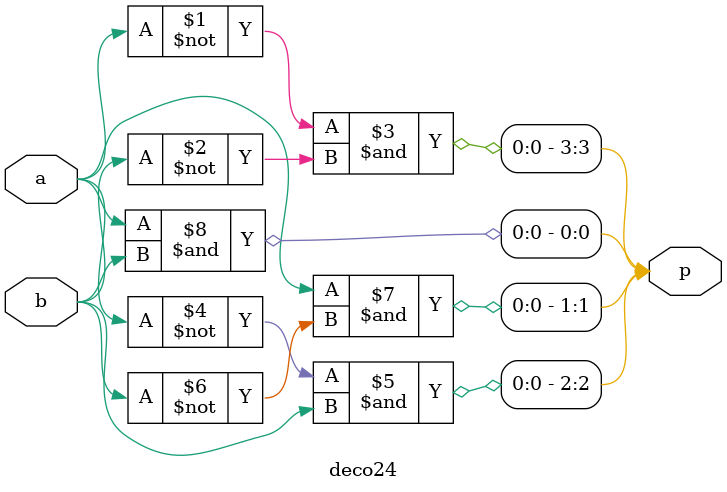
<source format=v>
module deco24(a,b,p);
input a,b;
output [3:0]p;
assign p[3]=~a&~b;
assign p[2]=~a&b;
assign p[1]=a&~b;
assign p[0]=a&b;
endmodule
</source>
